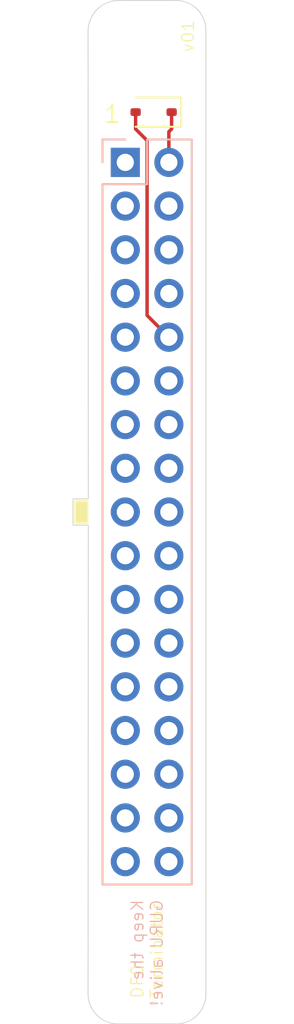
<source format=kicad_pcb>
(kicad_pcb (version 20240108) (generator "pcbnew") (generator_version "8.0")
  (layers (0 "F.Cu" signal) (31 "B.Cu" signal) (34 "B.Paste" user) (35 "F.Paste" user) (36 "B.SilkS" user "B.Silkscreen") (37 "F.SilkS" user "F.Silkscreen") (38 "B.Mask" user) (39 "F.Mask" user) (44 "Edge.Cuts" user))
  (net 0 "")
  (net 1 "_DCD")
  (net 2 "_SEL0")
  (footprint "Diode_SMD:D_SOD-323" (layer "F.Cu") (at 101.6 59.563 180)
    (property "Reference" "D1" (hide yes))
    (property "Value" "D")
    (fp_line (start -1.61 0.85) (end 1.05 0.85) (stroke (width 0.12)) (layer "F.SilkS"))
    (fp_line (start -1.61 -0.85) (end 1.05 -0.85) (stroke (width 0.12)) (layer "F.SilkS"))
    (fp_line (start -1.61 -0.85) (end -1.61 0.85) (stroke (width 0.12)) (layer "F.SilkS"))
    (pad "1" smd roundrect (at -1.05 0 180) (size 0.6 0.45) (layers "F.Cu" "F.Paste" "F.Mask") (net 1 "_DCD"))
    (pad "2" smd roundrect (at 1.05 0 180) (size 0.6 0.45) (layers "F.Cu" "F.Paste" "F.Mask") (net 2 "_SEL0"))
  )
  (footprint "Connector_PinSocket_2.54mm:PinSocket_2x17_P2.54mm_Vertical" (layer "B.Cu") (at 99.949 62.484 180)
    (property "Reference" "J1" (hide yes))
    (property "Value" "Conn_02x17_Odd_Even")
    (fp_line (start 1.33 1.33) (end 0 1.33) (stroke (width 0.12)) (layer "B.SilkS"))
    (fp_line (start 1.33 0) (end 1.33 1.33) (stroke (width 0.12)) (layer "B.SilkS"))
    (fp_line (start 1.33 -1.27) (end -1.27 -1.27) (stroke (width 0.12)) (layer "B.SilkS"))
    (fp_line (start 1.33 -41.97) (end 1.33 -1.27) (stroke (width 0.12)) (layer "B.SilkS"))
    (fp_line (start 1.33 -41.97) (end -3.87 -41.97) (stroke (width 0.12)) (layer "B.SilkS"))
    (fp_line (start -1.27 1.33) (end -3.87 1.33) (stroke (width 0.12)) (layer "B.SilkS"))
    (fp_line (start -1.27 -1.27) (end -1.27 1.33) (stroke (width 0.12)) (layer "B.SilkS"))
    (fp_line (start -3.87 -41.97) (end -3.87 1.33) (stroke (width 0.12)) (layer "B.SilkS"))
    (pad "1" thru_hole rect (at 0 0 180) (size 1.7 1.7) (drill 1) (layers "*.Cu" "*.Mask"))
    (pad "2" thru_hole oval (at -2.54 0 180) (size 1.7 1.7) (drill 1) (layers "*.Cu" "*.Mask") (net 1 "_DCD"))
    (pad "3" thru_hole oval (at 0 -2.54 180) (size 1.7 1.7) (drill 1) (layers "*.Cu" "*.Mask"))
    (pad "4" thru_hole oval (at -2.54 -2.54 180) (size 1.7 1.7) (drill 1) (layers "*.Cu" "*.Mask"))
    (pad "5" thru_hole oval (at 0 -5.08 180) (size 1.7 1.7) (drill 1) (layers "*.Cu" "*.Mask"))
    (pad "6" thru_hole oval (at -2.54 -5.08 180) (size 1.7 1.7) (drill 1) (layers "*.Cu" "*.Mask"))
    (pad "7" thru_hole oval (at 0 -7.62 180) (size 1.7 1.7) (drill 1) (layers "*.Cu" "*.Mask"))
    (pad "8" thru_hole oval (at -2.54 -7.62 180) (size 1.7 1.7) (drill 1) (layers "*.Cu" "*.Mask"))
    (pad "9" thru_hole oval (at 0 -10.16 180) (size 1.7 1.7) (drill 1) (layers "*.Cu" "*.Mask"))
    (pad "10" thru_hole oval (at -2.54 -10.16 180) (size 1.7 1.7) (drill 1) (layers "*.Cu" "*.Mask") (net 2 "_SEL0"))
    (pad "11" thru_hole oval (at 0 -12.7 180) (size 1.7 1.7) (drill 1) (layers "*.Cu" "*.Mask"))
    (pad "12" thru_hole oval (at -2.54 -12.7 180) (size 1.7 1.7) (drill 1) (layers "*.Cu" "*.Mask"))
    (pad "13" thru_hole oval (at 0 -15.24 180) (size 1.7 1.7) (drill 1) (layers "*.Cu" "*.Mask"))
    (pad "14" thru_hole oval (at -2.54 -15.24 180) (size 1.7 1.7) (drill 1) (layers "*.Cu" "*.Mask"))
    (pad "15" thru_hole oval (at 0 -17.78 180) (size 1.7 1.7) (drill 1) (layers "*.Cu" "*.Mask"))
    (pad "16" thru_hole oval (at -2.54 -17.78 180) (size 1.7 1.7) (drill 1) (layers "*.Cu" "*.Mask"))
    (pad "17" thru_hole oval (at 0 -20.32 180) (size 1.7 1.7) (drill 1) (layers "*.Cu" "*.Mask"))
    (pad "18" thru_hole oval (at -2.54 -20.32 180) (size 1.7 1.7) (drill 1) (layers "*.Cu" "*.Mask"))
    (pad "19" thru_hole oval (at 0 -22.86 180) (size 1.7 1.7) (drill 1) (layers "*.Cu" "*.Mask"))
    (pad "20" thru_hole oval (at -2.54 -22.86 180) (size 1.7 1.7) (drill 1) (layers "*.Cu" "*.Mask"))
    (pad "21" thru_hole oval (at 0 -25.4 180) (size 1.7 1.7) (drill 1) (layers "*.Cu" "*.Mask"))
    (pad "22" thru_hole oval (at -2.54 -25.4 180) (size 1.7 1.7) (drill 1) (layers "*.Cu" "*.Mask"))
    (pad "23" thru_hole oval (at 0 -27.94 180) (size 1.7 1.7) (drill 1) (layers "*.Cu" "*.Mask"))
    (pad "24" thru_hole oval (at -2.54 -27.94 180) (size 1.7 1.7) (drill 1) (layers "*.Cu" "*.Mask"))
    (pad "25" thru_hole oval (at 0 -30.48 180) (size 1.7 1.7) (drill 1) (layers "*.Cu" "*.Mask"))
    (pad "26" thru_hole oval (at -2.54 -30.48 180) (size 1.7 1.7) (drill 1) (layers "*.Cu" "*.Mask"))
    (pad "27" thru_hole oval (at 0 -33.02 180) (size 1.7 1.7) (drill 1) (layers "*.Cu" "*.Mask"))
    (pad "28" thru_hole oval (at -2.54 -33.02 180) (size 1.7 1.7) (drill 1) (layers "*.Cu" "*.Mask"))
    (pad "29" thru_hole oval (at 0 -35.56 180) (size 1.7 1.7) (drill 1) (layers "*.Cu" "*.Mask"))
    (pad "30" thru_hole oval (at -2.54 -35.56 180) (size 1.7 1.7) (drill 1) (layers "*.Cu" "*.Mask"))
    (pad "31" thru_hole oval (at 0 -38.1 180) (size 1.7 1.7) (drill 1) (layers "*.Cu" "*.Mask"))
    (pad "32" thru_hole oval (at -2.54 -38.1 180) (size 1.7 1.7) (drill 1) (layers "*.Cu" "*.Mask"))
    (pad "33" thru_hole oval (at 0 -40.64 180) (size 1.7 1.7) (drill 1) (layers "*.Cu" "*.Mask"))
    (pad "34" thru_hole oval (at -2.54 -40.64 180) (size 1.7 1.7) (drill 1) (layers "*.Cu" "*.Mask"))
  )
  (gr_rect (start 97.028 82.169) (end 97.7392 83.439) (stroke (width 0.1)) (fill solid) (layer "F.SilkS"))
  (gr_arc (start 99.462671 112.55236) (mid 98.249985 112.006421) (end 97.778525 110.762885) (stroke (width 0.05)) (layer "Edge.Cuts"))
  (gr_arc (start 97.778526 54.864) (mid 98.302172 53.597361) (end 99.568095 53.071986) (stroke (width 0.05)) (layer "Edge.Cuts"))
  (gr_line (start 97.79 82.042) (end 96.901 82.042) (stroke (width 0.05)) (layer "Edge.Cuts"))
  (gr_line (start 96.901 82.042) (end 96.901 83.566) (stroke (width 0.05)) (layer "Edge.Cuts"))
  (gr_line (start 97.778526 54.864) (end 97.79 82.042) (stroke (width 0.05)) (layer "Edge.Cuts"))
  (gr_line (start 99.462671 112.55236) (end 102.858525 112.55236) (stroke (width 0.05)) (layer "Edge.Cuts"))
  (gr_line (start 102.963854 53.074525) (end 99.568 53.074525) (stroke (width 0.05)) (layer "Edge.Cuts"))
  (gr_line (start 96.901 83.566) (end 97.79 83.566) (stroke (width 0.05)) (layer "Edge.Cuts"))
  (gr_arc (start 104.648 110.871) (mid 104.102061 112.083686) (end 102.858525 112.555146) (stroke (width 0.05)) (layer "Edge.Cuts"))
  (gr_arc (start 102.963854 53.074525) (mid 104.17654 53.620464) (end 104.648 54.864) (stroke (width 0.05)) (layer "Edge.Cuts"))
  (gr_line (start 104.648 110.871) (end 104.648 54.864) (stroke (width 0.05)) (layer "Edge.Cuts"))
  (gr_line (start 97.79 83.566) (end 97.778525 110.762885) (stroke (width 0.05)) (layer "Edge.Cuts"))
  (gr_text "Keep the\nGURU alive!" (at 101.219 105.283 90) (layer "B.SilkS") (effects (font (size 0.7 0.7) (thickness 0.07)) (justify left mirror)))
  (gr_text "v01\n" (at 104.013 56.134 90) (layer "F.SilkS") (effects (font (size 0.7 0.7) (thickness 0.07)) (justify left bottom)))
  (gr_text "1" (at 99.187 59.69 0) (layer "F.SilkS") (effects (font (size 1 1) (thickness 0.1))))
  (gr_text "DF0:\nTerminator" (at 101.219 111.125 90) (layer "F.SilkS") (effects (font (size 0.7 0.7) (thickness 0.07)) (justify left)))
  (segment (start 102.65 59.563) (end 102.65 60.545) (width 0.2) (layer "F.Cu") (net 1))
  (segment (start 102.489 60.706) (end 102.489 62.484) (width 0.2) (layer "F.Cu") (net 1))
  (segment (start 102.65 60.545) (end 102.489 60.706) (width 0.2) (layer "F.Cu") (net 1))
  (segment (start 100.55 59.563) (end 100.55 60.545) (width 0.2) (layer "F.Cu") (net 2))
  (segment (start 100.55 60.545) (end 101.219 61.214) (width 0.2) (layer "F.Cu") (net 2))
  (segment (start 101.219 71.374) (end 102.489 72.644) (width 0.2) (layer "F.Cu") (net 2))
  (segment (start 101.219 61.214) (end 101.219 71.374) (width 0.2) (layer "F.Cu") (net 2))
)
</source>
